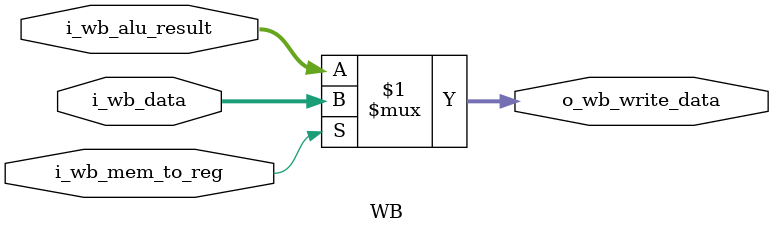
<source format=v>
`timescale 1ns / 1ps

module WB (
    input wire [31:0] i_wb_data,
    input wire i_wb_mem_to_reg,
    input wire [31:0] i_wb_alu_result,

    output wire [31:0] o_wb_write_data
);

    assign o_wb_write_data = i_wb_mem_to_reg ? i_wb_data : i_wb_alu_result;

endmodule

</source>
